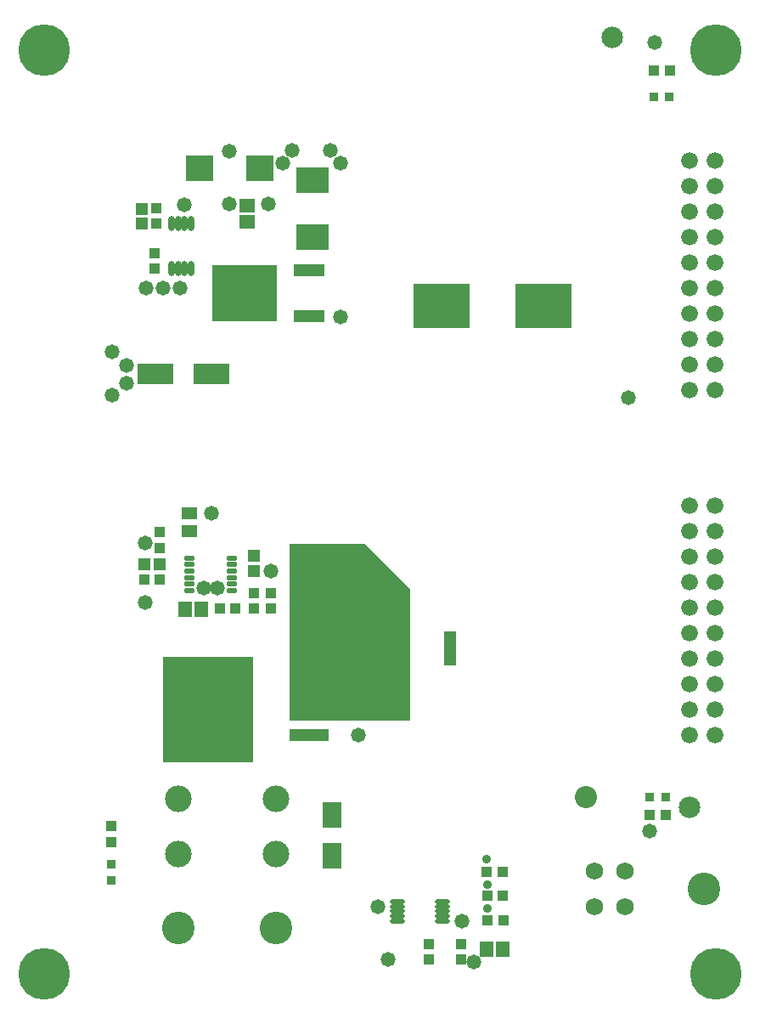
<source format=gts>
G04*
G04 #@! TF.GenerationSoftware,Altium Limited,Altium Designer,18.1.11 (251)*
G04*
G04 Layer_Color=8388736*
%FSLAX25Y25*%
%MOIN*%
G70*
G01*
G75*
%ADD40R,0.04134X0.03937*%
%ADD41R,0.05118X0.13386*%
%ADD42R,0.22244X0.17520*%
%ADD43R,0.03740X0.03740*%
%ADD44R,0.15551X0.04724*%
%ADD45R,0.35630X0.41339*%
%ADD46O,0.05906X0.01772*%
%ADD47R,0.03937X0.04134*%
%ADD48C,0.08465*%
%ADD49R,0.12402X0.04528*%
%ADD50R,0.25787X0.22441*%
%ADD51R,0.12992X0.10236*%
%ADD52R,0.07284X0.10433*%
%ADD53R,0.13976X0.07874*%
%ADD54O,0.02559X0.05906*%
%ADD55R,0.10630X0.10236*%
%ADD56R,0.06299X0.05709*%
%ADD57R,0.04724X0.04528*%
%ADD58R,0.03740X0.03740*%
%ADD59R,0.05709X0.06299*%
%ADD60O,0.04091X0.02244*%
%ADD61R,0.04528X0.04724*%
%ADD62R,0.05906X0.04528*%
%ADD63C,0.20276*%
%ADD64C,0.06591*%
%ADD65C,0.10433*%
%ADD66C,0.12795*%
%ADD67C,0.06890*%
%ADD68C,0.05800*%
%ADD69C,0.03556*%
%ADD70C,0.08674*%
G36*
X257874Y166535D02*
X257874Y114961D01*
X210630Y114961D01*
X210630Y184252D01*
X240158D01*
X257874Y166535D01*
D02*
G37*
D40*
X158268Y316043D02*
D03*
Y309941D02*
D03*
X159646Y182874D02*
D03*
Y188976D02*
D03*
X157579Y298425D02*
D03*
Y292323D02*
D03*
X277848Y21276D02*
D03*
Y27378D02*
D03*
X265354Y21358D02*
D03*
Y27461D02*
D03*
X196457Y165157D02*
D03*
Y159055D02*
D03*
X203150D02*
D03*
Y165157D02*
D03*
X140650Y67520D02*
D03*
Y73622D02*
D03*
D41*
X250000Y143307D02*
D03*
X273622D02*
D03*
D42*
X270177Y277756D02*
D03*
X310138D02*
D03*
D43*
X358268Y85039D02*
D03*
X351969D02*
D03*
X353445Y359547D02*
D03*
X359744D02*
D03*
D44*
X218110Y109291D02*
D03*
Y129291D02*
D03*
D45*
X178740Y119291D02*
D03*
D46*
X252981Y36295D02*
D03*
Y38264D02*
D03*
X270501Y36295D02*
D03*
Y38264D02*
D03*
Y40232D02*
D03*
Y42201D02*
D03*
Y44169D02*
D03*
X252981Y40232D02*
D03*
Y42201D02*
D03*
Y44169D02*
D03*
D47*
X189370Y159055D02*
D03*
X183268D02*
D03*
X153543Y170472D02*
D03*
X159646D02*
D03*
X288040Y55724D02*
D03*
X294143D02*
D03*
X288287Y46276D02*
D03*
X294390D02*
D03*
X288418Y36614D02*
D03*
X294521D02*
D03*
X352067Y77953D02*
D03*
X358169D02*
D03*
X353740Y370177D02*
D03*
X359842D02*
D03*
D48*
X337402Y383071D02*
D03*
X367764Y81102D02*
D03*
D49*
X218406Y273563D02*
D03*
Y291595D02*
D03*
D50*
X193012Y282579D02*
D03*
D51*
X219685Y304724D02*
D03*
Y327165D02*
D03*
D52*
X227165Y77953D02*
D03*
Y62205D02*
D03*
D53*
X157973Y250886D02*
D03*
X179823D02*
D03*
D54*
X171949Y309941D02*
D03*
X169390D02*
D03*
X166831D02*
D03*
X164272D02*
D03*
X171949Y292421D02*
D03*
X169390D02*
D03*
X166831D02*
D03*
X164272D02*
D03*
D55*
X198917Y331791D02*
D03*
X175098D02*
D03*
D56*
X193996Y310728D02*
D03*
Y317028D02*
D03*
D57*
X159547Y176378D02*
D03*
X153642D02*
D03*
D58*
X140551Y58661D02*
D03*
Y52362D02*
D03*
D59*
X175975Y158554D02*
D03*
X169676D02*
D03*
X294241Y25409D02*
D03*
X287942D02*
D03*
D60*
X187823Y166043D02*
D03*
Y168602D02*
D03*
Y171161D02*
D03*
Y173721D02*
D03*
Y176279D02*
D03*
Y178839D02*
D03*
X171232Y166043D02*
D03*
Y168602D02*
D03*
Y171161D02*
D03*
Y173721D02*
D03*
Y176279D02*
D03*
Y178839D02*
D03*
D61*
X196457Y179725D02*
D03*
Y173819D02*
D03*
X152657Y315846D02*
D03*
Y309941D02*
D03*
D62*
X171232Y189370D02*
D03*
Y196457D02*
D03*
D63*
X377953Y15748D02*
D03*
X114173D02*
D03*
Y377953D02*
D03*
X377953D02*
D03*
D64*
X367764Y244606D02*
D03*
Y284606D02*
D03*
Y254606D02*
D03*
Y264606D02*
D03*
Y274606D02*
D03*
Y294606D02*
D03*
Y304606D02*
D03*
Y314606D02*
D03*
Y324606D02*
D03*
Y334606D02*
D03*
X377764D02*
D03*
Y324606D02*
D03*
Y314606D02*
D03*
Y304606D02*
D03*
Y284606D02*
D03*
Y294606D02*
D03*
Y274606D02*
D03*
Y254606D02*
D03*
Y264606D02*
D03*
Y244606D02*
D03*
X367764Y109528D02*
D03*
Y149528D02*
D03*
Y119528D02*
D03*
Y129528D02*
D03*
Y139528D02*
D03*
Y159528D02*
D03*
Y169528D02*
D03*
Y179528D02*
D03*
Y189528D02*
D03*
Y199528D02*
D03*
X377764D02*
D03*
Y189528D02*
D03*
Y179528D02*
D03*
Y169528D02*
D03*
Y149528D02*
D03*
Y159528D02*
D03*
Y139528D02*
D03*
Y119528D02*
D03*
Y129528D02*
D03*
Y109528D02*
D03*
D65*
X205118Y84260D02*
D03*
Y62606D02*
D03*
X166929Y84260D02*
D03*
Y62606D02*
D03*
D66*
X205118Y33866D02*
D03*
X166929D02*
D03*
X373243Y49047D02*
D03*
D67*
X330290Y42158D02*
D03*
Y55937D02*
D03*
X342101D02*
D03*
Y42158D02*
D03*
D68*
X249152Y21260D02*
D03*
X176772Y166929D02*
D03*
X153937Y161417D02*
D03*
X203154Y173622D02*
D03*
X352067Y71752D02*
D03*
X237500Y109528D02*
D03*
X146653Y247539D02*
D03*
Y254528D02*
D03*
X140847Y242815D02*
D03*
Y259547D02*
D03*
X154429Y284744D02*
D03*
X160925D02*
D03*
X169390Y317421D02*
D03*
X186909Y338287D02*
D03*
X187008Y317717D02*
D03*
X208071Y333563D02*
D03*
X230709D02*
D03*
X226673Y338779D02*
D03*
X211713D02*
D03*
X202264Y317717D02*
D03*
X353839Y381102D02*
D03*
X230709Y273524D02*
D03*
X167618Y284744D02*
D03*
X179921Y196457D02*
D03*
X153937Y184646D02*
D03*
X182283Y166929D02*
D03*
X283005Y20472D02*
D03*
X245276Y42126D02*
D03*
X343701Y241732D02*
D03*
X278346Y36220D02*
D03*
D69*
X288418Y41339D02*
D03*
Y50787D02*
D03*
X288040Y60630D02*
D03*
D70*
X326772Y85039D02*
D03*
M02*

</source>
